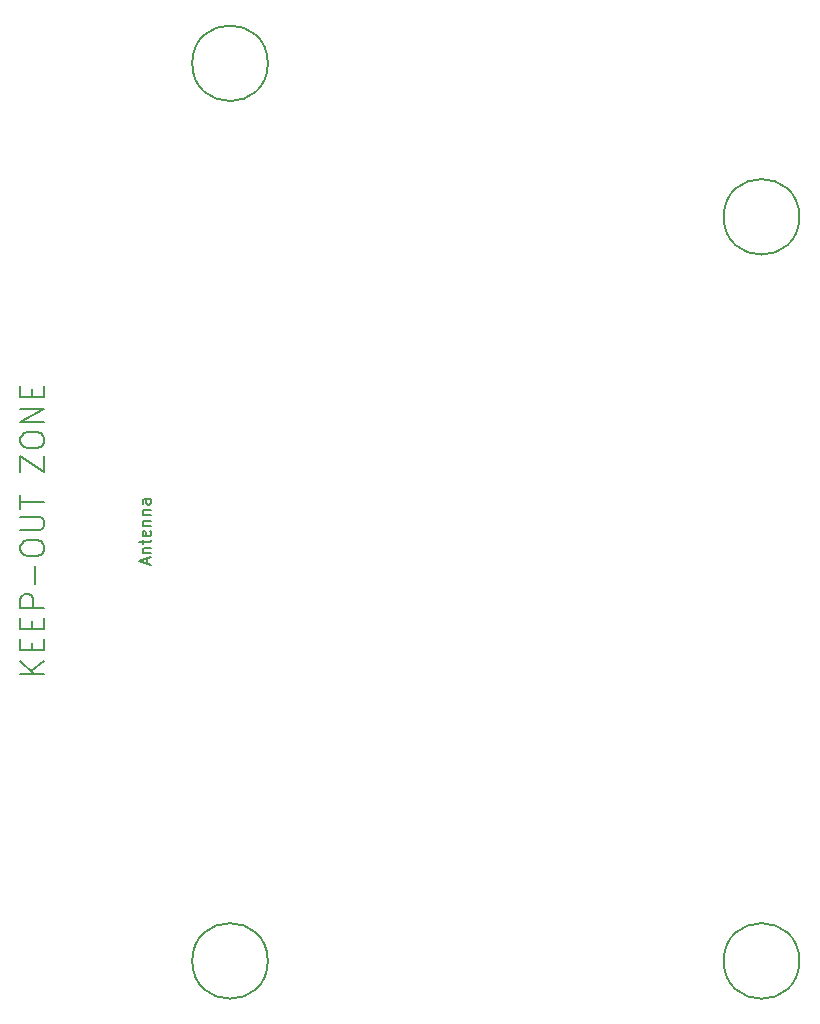
<source format=gbr>
%TF.GenerationSoftware,KiCad,Pcbnew,7.0.10*%
%TF.CreationDate,2024-02-25T16:32:59+01:00*%
%TF.ProjectId,OBSPro,4f425350-726f-42e6-9b69-6361645f7063,rev?*%
%TF.SameCoordinates,PX7270e00PY2255100*%
%TF.FileFunction,Other,Comment*%
%FSLAX46Y46*%
G04 Gerber Fmt 4.6, Leading zero omitted, Abs format (unit mm)*
G04 Created by KiCad (PCBNEW 7.0.10) date 2024-02-25 16:32:59*
%MOMM*%
%LPD*%
G01*
G04 APERTURE LIST*
%ADD10C,0.150000*%
G04 APERTURE END LIST*
D10*
X-3015896Y-46381904D02*
X-3015896Y-45905714D01*
X-2730181Y-46477142D02*
X-3730181Y-46143809D01*
X-3730181Y-46143809D02*
X-2730181Y-45810476D01*
X-3396848Y-45477142D02*
X-2730181Y-45477142D01*
X-3301610Y-45477142D02*
X-3349229Y-45429523D01*
X-3349229Y-45429523D02*
X-3396848Y-45334285D01*
X-3396848Y-45334285D02*
X-3396848Y-45191428D01*
X-3396848Y-45191428D02*
X-3349229Y-45096190D01*
X-3349229Y-45096190D02*
X-3253991Y-45048571D01*
X-3253991Y-45048571D02*
X-2730181Y-45048571D01*
X-3396848Y-44715237D02*
X-3396848Y-44334285D01*
X-3730181Y-44572380D02*
X-2873039Y-44572380D01*
X-2873039Y-44572380D02*
X-2777800Y-44524761D01*
X-2777800Y-44524761D02*
X-2730181Y-44429523D01*
X-2730181Y-44429523D02*
X-2730181Y-44334285D01*
X-2777800Y-43619999D02*
X-2730181Y-43715237D01*
X-2730181Y-43715237D02*
X-2730181Y-43905713D01*
X-2730181Y-43905713D02*
X-2777800Y-44000951D01*
X-2777800Y-44000951D02*
X-2873039Y-44048570D01*
X-2873039Y-44048570D02*
X-3253991Y-44048570D01*
X-3253991Y-44048570D02*
X-3349229Y-44000951D01*
X-3349229Y-44000951D02*
X-3396848Y-43905713D01*
X-3396848Y-43905713D02*
X-3396848Y-43715237D01*
X-3396848Y-43715237D02*
X-3349229Y-43619999D01*
X-3349229Y-43619999D02*
X-3253991Y-43572380D01*
X-3253991Y-43572380D02*
X-3158753Y-43572380D01*
X-3158753Y-43572380D02*
X-3063515Y-44048570D01*
X-3396848Y-43143808D02*
X-2730181Y-43143808D01*
X-3301610Y-43143808D02*
X-3349229Y-43096189D01*
X-3349229Y-43096189D02*
X-3396848Y-43000951D01*
X-3396848Y-43000951D02*
X-3396848Y-42858094D01*
X-3396848Y-42858094D02*
X-3349229Y-42762856D01*
X-3349229Y-42762856D02*
X-3253991Y-42715237D01*
X-3253991Y-42715237D02*
X-2730181Y-42715237D01*
X-3396848Y-42239046D02*
X-2730181Y-42239046D01*
X-3301610Y-42239046D02*
X-3349229Y-42191427D01*
X-3349229Y-42191427D02*
X-3396848Y-42096189D01*
X-3396848Y-42096189D02*
X-3396848Y-41953332D01*
X-3396848Y-41953332D02*
X-3349229Y-41858094D01*
X-3349229Y-41858094D02*
X-3253991Y-41810475D01*
X-3253991Y-41810475D02*
X-2730181Y-41810475D01*
X-2730181Y-40905713D02*
X-3253991Y-40905713D01*
X-3253991Y-40905713D02*
X-3349229Y-40953332D01*
X-3349229Y-40953332D02*
X-3396848Y-41048570D01*
X-3396848Y-41048570D02*
X-3396848Y-41239046D01*
X-3396848Y-41239046D02*
X-3349229Y-41334284D01*
X-2777800Y-40905713D02*
X-2730181Y-41000951D01*
X-2730181Y-41000951D02*
X-2730181Y-41239046D01*
X-2730181Y-41239046D02*
X-2777800Y-41334284D01*
X-2777800Y-41334284D02*
X-2873039Y-41381903D01*
X-2873039Y-41381903D02*
X-2968277Y-41381903D01*
X-2968277Y-41381903D02*
X-3063515Y-41334284D01*
X-3063515Y-41334284D02*
X-3111134Y-41239046D01*
X-3111134Y-41239046D02*
X-3111134Y-41000951D01*
X-3111134Y-41000951D02*
X-3158753Y-40905713D01*
X-11747562Y-55712857D02*
X-13747562Y-55712857D01*
X-11747562Y-54570000D02*
X-12890420Y-55427143D01*
X-13747562Y-54570000D02*
X-12604705Y-55712857D01*
X-12795181Y-53712857D02*
X-12795181Y-53046190D01*
X-11747562Y-52760476D02*
X-11747562Y-53712857D01*
X-11747562Y-53712857D02*
X-13747562Y-53712857D01*
X-13747562Y-53712857D02*
X-13747562Y-52760476D01*
X-12795181Y-51903333D02*
X-12795181Y-51236666D01*
X-11747562Y-50950952D02*
X-11747562Y-51903333D01*
X-11747562Y-51903333D02*
X-13747562Y-51903333D01*
X-13747562Y-51903333D02*
X-13747562Y-50950952D01*
X-11747562Y-50093809D02*
X-13747562Y-50093809D01*
X-13747562Y-50093809D02*
X-13747562Y-49331904D01*
X-13747562Y-49331904D02*
X-13652324Y-49141428D01*
X-13652324Y-49141428D02*
X-13557086Y-49046190D01*
X-13557086Y-49046190D02*
X-13366610Y-48950952D01*
X-13366610Y-48950952D02*
X-13080896Y-48950952D01*
X-13080896Y-48950952D02*
X-12890420Y-49046190D01*
X-12890420Y-49046190D02*
X-12795181Y-49141428D01*
X-12795181Y-49141428D02*
X-12699943Y-49331904D01*
X-12699943Y-49331904D02*
X-12699943Y-50093809D01*
X-12509467Y-48093809D02*
X-12509467Y-46570000D01*
X-13747562Y-45236667D02*
X-13747562Y-44855714D01*
X-13747562Y-44855714D02*
X-13652324Y-44665238D01*
X-13652324Y-44665238D02*
X-13461848Y-44474762D01*
X-13461848Y-44474762D02*
X-13080896Y-44379524D01*
X-13080896Y-44379524D02*
X-12414229Y-44379524D01*
X-12414229Y-44379524D02*
X-12033277Y-44474762D01*
X-12033277Y-44474762D02*
X-11842800Y-44665238D01*
X-11842800Y-44665238D02*
X-11747562Y-44855714D01*
X-11747562Y-44855714D02*
X-11747562Y-45236667D01*
X-11747562Y-45236667D02*
X-11842800Y-45427143D01*
X-11842800Y-45427143D02*
X-12033277Y-45617619D01*
X-12033277Y-45617619D02*
X-12414229Y-45712857D01*
X-12414229Y-45712857D02*
X-13080896Y-45712857D01*
X-13080896Y-45712857D02*
X-13461848Y-45617619D01*
X-13461848Y-45617619D02*
X-13652324Y-45427143D01*
X-13652324Y-45427143D02*
X-13747562Y-45236667D01*
X-13747562Y-43522381D02*
X-12128515Y-43522381D01*
X-12128515Y-43522381D02*
X-11938039Y-43427143D01*
X-11938039Y-43427143D02*
X-11842800Y-43331905D01*
X-11842800Y-43331905D02*
X-11747562Y-43141429D01*
X-11747562Y-43141429D02*
X-11747562Y-42760476D01*
X-11747562Y-42760476D02*
X-11842800Y-42570000D01*
X-11842800Y-42570000D02*
X-11938039Y-42474762D01*
X-11938039Y-42474762D02*
X-12128515Y-42379524D01*
X-12128515Y-42379524D02*
X-13747562Y-42379524D01*
X-13747562Y-41712857D02*
X-13747562Y-40570000D01*
X-11747562Y-41141429D02*
X-13747562Y-41141429D01*
X-13747562Y-38569999D02*
X-13747562Y-37236666D01*
X-13747562Y-37236666D02*
X-11747562Y-38569999D01*
X-11747562Y-38569999D02*
X-11747562Y-37236666D01*
X-13747562Y-36093809D02*
X-13747562Y-35712856D01*
X-13747562Y-35712856D02*
X-13652324Y-35522380D01*
X-13652324Y-35522380D02*
X-13461848Y-35331904D01*
X-13461848Y-35331904D02*
X-13080896Y-35236666D01*
X-13080896Y-35236666D02*
X-12414229Y-35236666D01*
X-12414229Y-35236666D02*
X-12033277Y-35331904D01*
X-12033277Y-35331904D02*
X-11842800Y-35522380D01*
X-11842800Y-35522380D02*
X-11747562Y-35712856D01*
X-11747562Y-35712856D02*
X-11747562Y-36093809D01*
X-11747562Y-36093809D02*
X-11842800Y-36284285D01*
X-11842800Y-36284285D02*
X-12033277Y-36474761D01*
X-12033277Y-36474761D02*
X-12414229Y-36569999D01*
X-12414229Y-36569999D02*
X-13080896Y-36569999D01*
X-13080896Y-36569999D02*
X-13461848Y-36474761D01*
X-13461848Y-36474761D02*
X-13652324Y-36284285D01*
X-13652324Y-36284285D02*
X-13747562Y-36093809D01*
X-11747562Y-34379523D02*
X-13747562Y-34379523D01*
X-13747562Y-34379523D02*
X-11747562Y-33236666D01*
X-11747562Y-33236666D02*
X-13747562Y-33236666D01*
X-12795181Y-32284285D02*
X-12795181Y-31617618D01*
X-11747562Y-31331904D02*
X-11747562Y-32284285D01*
X-11747562Y-32284285D02*
X-13747562Y-32284285D01*
X-13747562Y-32284285D02*
X-13747562Y-31331904D01*
%TO.C,H3*%
X52200000Y-80000000D02*
G75*
G03*
X45800000Y-80000000I-3200000J0D01*
G01*
X45800000Y-80000000D02*
G75*
G03*
X52200000Y-80000000I3200000J0D01*
G01*
%TO.C,H4*%
X52200000Y-17000000D02*
G75*
G03*
X45800000Y-17000000I-3200000J0D01*
G01*
X45800000Y-17000000D02*
G75*
G03*
X52200000Y-17000000I3200000J0D01*
G01*
%TO.C,H2*%
X7200000Y-4000000D02*
G75*
G03*
X800000Y-4000000I-3200000J0D01*
G01*
X800000Y-4000000D02*
G75*
G03*
X7200000Y-4000000I3200000J0D01*
G01*
%TO.C,H1*%
X7200000Y-80000000D02*
G75*
G03*
X800000Y-80000000I-3200000J0D01*
G01*
X800000Y-80000000D02*
G75*
G03*
X7200000Y-80000000I3200000J0D01*
G01*
%TD*%
M02*

</source>
